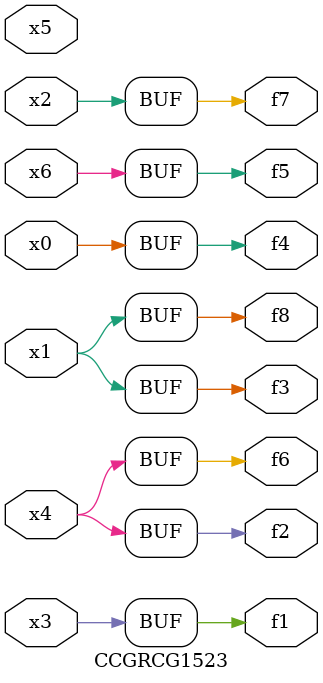
<source format=v>
module CCGRCG1523(
	input x0, x1, x2, x3, x4, x5, x6,
	output f1, f2, f3, f4, f5, f6, f7, f8
);
	assign f1 = x3;
	assign f2 = x4;
	assign f3 = x1;
	assign f4 = x0;
	assign f5 = x6;
	assign f6 = x4;
	assign f7 = x2;
	assign f8 = x1;
endmodule

</source>
